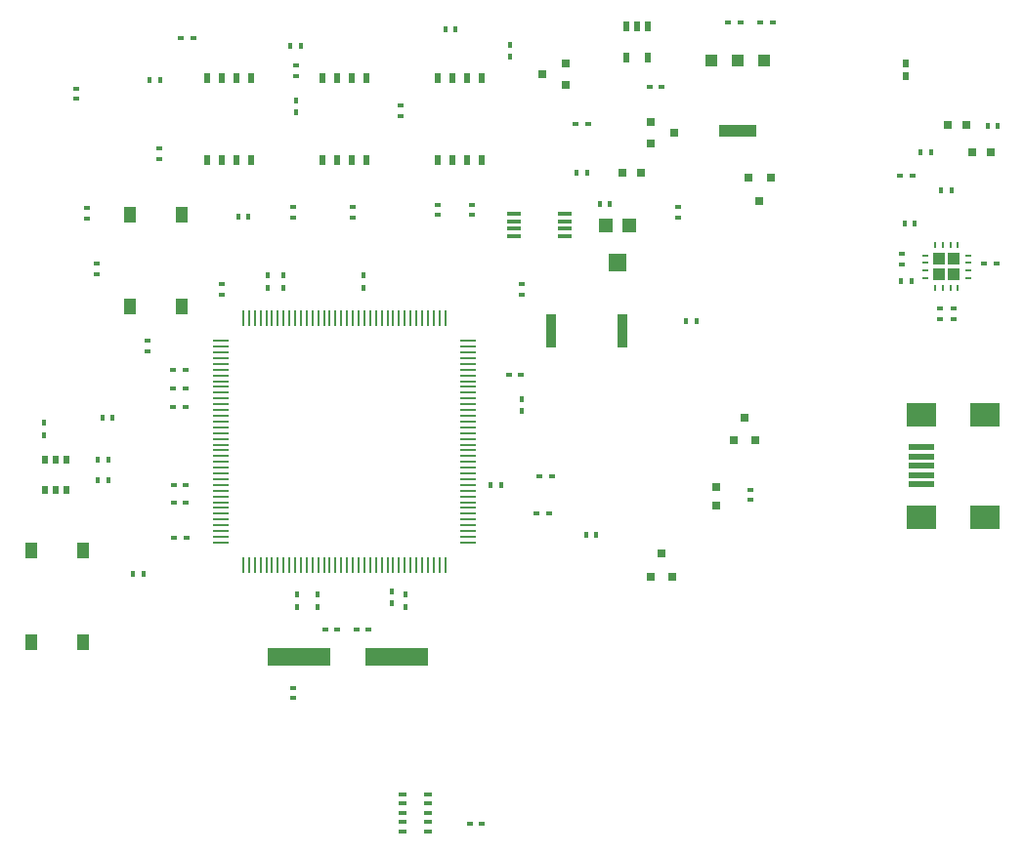
<source format=gbr>
G04 #@! TF.FileFunction,Paste,Top*
%FSLAX46Y46*%
G04 Gerber Fmt 4.6, Leading zero omitted, Abs format (unit mm)*
G04 Created by KiCad (PCBNEW 4.0.4-stable) date Monday, July 31, 2017 'AMt' 10:54:44 AM*
%MOMM*%
%LPD*%
G01*
G04 APERTURE LIST*
%ADD10C,0.100000*%
%ADD11R,0.270000X1.395000*%
%ADD12R,1.395000X0.270000*%
%ADD13R,0.400000X0.500000*%
%ADD14R,0.560000X0.360000*%
%ADD15R,0.480000X0.840000*%
%ADD16R,0.640000X0.720000*%
%ADD17R,0.900000X2.880000*%
%ADD18R,1.160000X0.360000*%
%ADD19R,0.700000X0.700000*%
%ADD20R,0.720000X0.640000*%
%ADD21R,1.120000X1.320000*%
%ADD22R,0.608000X0.960000*%
%ADD23R,0.640000X0.400000*%
%ADD24R,0.600000X0.800000*%
%ADD25R,5.500000X1.500000*%
%ADD26R,0.360000X0.560000*%
%ADD27R,0.500000X0.400000*%
%ADD28R,1.200000X1.200000*%
%ADD29R,1.600000X1.500000*%
%ADD30R,0.530000X0.280000*%
%ADD31R,0.280000X0.530000*%
%ADD32R,1.080000X1.080000*%
%ADD33R,3.240000X1.080000*%
%ADD34R,2.500000X2.000000*%
%ADD35R,2.300000X0.500000*%
G04 APERTURE END LIST*
D10*
D11*
X129250000Y-73700000D03*
X129750000Y-73700000D03*
X130250000Y-73700000D03*
X130750000Y-73700000D03*
X131250000Y-73700000D03*
X131750000Y-73700000D03*
X132250000Y-73700000D03*
X132750000Y-73700000D03*
X133250000Y-73700000D03*
X133750000Y-73700000D03*
X134250000Y-73700000D03*
X134750000Y-73700000D03*
X135250000Y-73700000D03*
X135750000Y-73700000D03*
X136250000Y-73700000D03*
X136750000Y-73700000D03*
X137250000Y-73700000D03*
X137750000Y-73700000D03*
X138250000Y-73700000D03*
X138750000Y-73700000D03*
X139250000Y-73700000D03*
X139750000Y-73700000D03*
X140250000Y-73700000D03*
X140750000Y-73700000D03*
X141250000Y-73700000D03*
X141750000Y-73700000D03*
X142250000Y-73700000D03*
X142750000Y-73700000D03*
X143250000Y-73700000D03*
X143750000Y-73700000D03*
X144250000Y-73700000D03*
X144750000Y-73700000D03*
X145250000Y-73700000D03*
X145750000Y-73700000D03*
X146250000Y-73700000D03*
X146750000Y-73700000D03*
D12*
X148700000Y-71750000D03*
X148700000Y-71250000D03*
X148700000Y-70750000D03*
X148700000Y-70250000D03*
X148700000Y-69750000D03*
X148700000Y-69250000D03*
X148700000Y-68750000D03*
X148700000Y-68250000D03*
X148700000Y-67750000D03*
X148700000Y-67250000D03*
X148700000Y-66750000D03*
X148700000Y-66250000D03*
X148700000Y-65750000D03*
X148700000Y-65250000D03*
X148700000Y-64750000D03*
X148700000Y-64250000D03*
X148700000Y-63750000D03*
X148700000Y-63250000D03*
X148700000Y-62750000D03*
X148700000Y-62250000D03*
X148700000Y-61750000D03*
X148700000Y-61250000D03*
X148700000Y-60750000D03*
X148700000Y-60250000D03*
X148700000Y-59750000D03*
X148700000Y-59250000D03*
X148700000Y-58750000D03*
X148700000Y-58250000D03*
X148700000Y-57750000D03*
X148700000Y-57250000D03*
X148700000Y-56750000D03*
X148700000Y-56250000D03*
X148700000Y-55750000D03*
X148700000Y-55250000D03*
X148700000Y-54750000D03*
X148700000Y-54250000D03*
D11*
X146750000Y-52300000D03*
X146250000Y-52300000D03*
X145750000Y-52300000D03*
X145250000Y-52300000D03*
X144750000Y-52300000D03*
X144250000Y-52300000D03*
X143750000Y-52300000D03*
X143250000Y-52300000D03*
X142750000Y-52300000D03*
X142250000Y-52300000D03*
X141750000Y-52300000D03*
X141250000Y-52300000D03*
X140750000Y-52300000D03*
X140250000Y-52300000D03*
X139750000Y-52300000D03*
X139250000Y-52300000D03*
X138750000Y-52300000D03*
X138250000Y-52300000D03*
X137750000Y-52300000D03*
X137250000Y-52300000D03*
X136750000Y-52300000D03*
X136250000Y-52300000D03*
X135750000Y-52300000D03*
X135250000Y-52300000D03*
X134750000Y-52300000D03*
X134250000Y-52300000D03*
X133750000Y-52300000D03*
X133250000Y-52300000D03*
X132750000Y-52300000D03*
X132250000Y-52300000D03*
X131750000Y-52300000D03*
X131250000Y-52300000D03*
X130750000Y-52300000D03*
X130250000Y-52300000D03*
X129750000Y-52300000D03*
X129250000Y-52300000D03*
D12*
X127300000Y-54250000D03*
X127300000Y-54750000D03*
X127300000Y-55250000D03*
X127300000Y-55750000D03*
X127300000Y-56250000D03*
X127300000Y-56750000D03*
X127300000Y-57250000D03*
X127300000Y-57750000D03*
X127300000Y-58250000D03*
X127300000Y-58750000D03*
X127300000Y-59250000D03*
X127300000Y-59750000D03*
X127300000Y-60250000D03*
X127300000Y-60750000D03*
X127300000Y-61250000D03*
X127300000Y-61750000D03*
X127300000Y-62250000D03*
X127300000Y-62750000D03*
X127300000Y-63250000D03*
X127300000Y-63750000D03*
X127300000Y-64250000D03*
X127300000Y-64750000D03*
X127300000Y-65250000D03*
X127300000Y-65750000D03*
X127300000Y-66250000D03*
X127300000Y-66750000D03*
X127300000Y-67250000D03*
X127300000Y-67750000D03*
X127300000Y-68250000D03*
X127300000Y-68750000D03*
X127300000Y-69250000D03*
X127300000Y-69750000D03*
X127300000Y-70250000D03*
X127300000Y-70750000D03*
X127300000Y-71250000D03*
X127300000Y-71750000D03*
D13*
X152400000Y-28575000D03*
X152400000Y-29625000D03*
D14*
X114800000Y-33250000D03*
X114800000Y-32350000D03*
D15*
X164350000Y-26950000D03*
X163400000Y-26950000D03*
X162450000Y-26950000D03*
X164350000Y-29650000D03*
X162450000Y-29650000D03*
D16*
X172700000Y-60900000D03*
X171740000Y-62900000D03*
X173650000Y-62900000D03*
D17*
X162100000Y-53400000D03*
X155900000Y-53400000D03*
D18*
X157140000Y-44521000D03*
X157140000Y-45171000D03*
X157140000Y-43871000D03*
X157140000Y-43221000D03*
X152740000Y-45171000D03*
X152740000Y-44521000D03*
X152740000Y-43871000D03*
X152740000Y-43221000D03*
D19*
X162100000Y-39700000D03*
X163700000Y-39700000D03*
D20*
X155200000Y-31100000D03*
X157200000Y-32060000D03*
X157200000Y-30150000D03*
X166600000Y-36200000D03*
X164600000Y-35240000D03*
X164600000Y-37150000D03*
D16*
X174000000Y-42100000D03*
X174960000Y-40100000D03*
X173050000Y-40100000D03*
X165500000Y-72700000D03*
X164540000Y-74700000D03*
X166450000Y-74700000D03*
D21*
X110850000Y-80375000D03*
X115350000Y-80375000D03*
X115350000Y-72425000D03*
X110850000Y-72425000D03*
X123950000Y-43325000D03*
X119450000Y-43325000D03*
X119450000Y-51275000D03*
X123950000Y-51275000D03*
D22*
X127365000Y-38540000D03*
X128635000Y-38540000D03*
X129905000Y-38540000D03*
X126095000Y-38540000D03*
X126095000Y-31460000D03*
X127365000Y-31460000D03*
X128635000Y-31460000D03*
X129905000Y-31460000D03*
X137365000Y-38540000D03*
X138635000Y-38540000D03*
X139905000Y-38540000D03*
X136095000Y-38540000D03*
X136095000Y-31460000D03*
X137365000Y-31460000D03*
X138635000Y-31460000D03*
X139905000Y-31460000D03*
X147365000Y-38540000D03*
X148635000Y-38540000D03*
X149905000Y-38540000D03*
X146095000Y-38540000D03*
X146095000Y-31460000D03*
X147365000Y-31460000D03*
X148635000Y-31460000D03*
X149905000Y-31460000D03*
D23*
X145300000Y-95200000D03*
X143100000Y-95200000D03*
X145300000Y-96000000D03*
X145300000Y-96800000D03*
X145300000Y-94400000D03*
X145300000Y-93600000D03*
X143100000Y-94400000D03*
X143100000Y-93600000D03*
X143100000Y-96000000D03*
X143100000Y-96800000D03*
D24*
X113000000Y-67200000D03*
X112050000Y-67200000D03*
X113950000Y-67200000D03*
X113950000Y-64600000D03*
X113000000Y-64600000D03*
X112050000Y-64600000D03*
D25*
X134050000Y-81700000D03*
X142550000Y-81700000D03*
D26*
X160150000Y-42400000D03*
X161050000Y-42400000D03*
D14*
X153416000Y-50234000D03*
X153416000Y-49334000D03*
D26*
X167650000Y-52500000D03*
X168550000Y-52500000D03*
X158150000Y-39700000D03*
X159050000Y-39700000D03*
D14*
X166900000Y-43550000D03*
X166900000Y-42650000D03*
D26*
X159850000Y-71100000D03*
X158950000Y-71100000D03*
D14*
X173200000Y-68050000D03*
X173200000Y-67150000D03*
D26*
X128800000Y-43500000D03*
X129700000Y-43500000D03*
D14*
X122000000Y-37550000D03*
X122000000Y-38450000D03*
D26*
X122050000Y-31600000D03*
X121150000Y-31600000D03*
D14*
X138700000Y-42650000D03*
X138700000Y-43550000D03*
X133600000Y-43550000D03*
X133600000Y-42650000D03*
D26*
X133350000Y-28700000D03*
X134250000Y-28700000D03*
D14*
X133800000Y-31250000D03*
X133800000Y-30350000D03*
X149100000Y-43350000D03*
X149100000Y-42450000D03*
X146100000Y-43350000D03*
X146100000Y-42450000D03*
D26*
X146750000Y-27200000D03*
X147650000Y-27200000D03*
D14*
X142900000Y-33850000D03*
X142900000Y-34750000D03*
D26*
X117550000Y-64600000D03*
X116650000Y-64600000D03*
X116650000Y-66300000D03*
X117550000Y-66300000D03*
X151580000Y-66802000D03*
X150680000Y-66802000D03*
X117050000Y-60950000D03*
X117950000Y-60950000D03*
X119700000Y-74500000D03*
X120600000Y-74500000D03*
D14*
X121000000Y-55150000D03*
X121000000Y-54250000D03*
X116600000Y-47550000D03*
X116600000Y-48450000D03*
X115700000Y-42750000D03*
X115700000Y-43650000D03*
X127400000Y-49350000D03*
X127400000Y-50250000D03*
D27*
X124225000Y-58400000D03*
X123175000Y-58400000D03*
D13*
X112000000Y-62425000D03*
X112000000Y-61375000D03*
D27*
X148875000Y-96100000D03*
X149925000Y-96100000D03*
X139075000Y-79300000D03*
X140125000Y-79300000D03*
X136375000Y-79300000D03*
X137425000Y-79300000D03*
D13*
X133800000Y-34425000D03*
X133800000Y-33375000D03*
D27*
X124925000Y-28000000D03*
X123875000Y-28000000D03*
X164475000Y-32200000D03*
X165525000Y-32200000D03*
X124325000Y-71300000D03*
X123275000Y-71300000D03*
D13*
X135700000Y-76275000D03*
X135700000Y-77325000D03*
X143300000Y-76275000D03*
X143300000Y-77325000D03*
D27*
X154923000Y-66040000D03*
X155973000Y-66040000D03*
D13*
X153400000Y-60325000D03*
X153400000Y-59275000D03*
X139700000Y-49625000D03*
X139700000Y-48575000D03*
D27*
X124225000Y-56800000D03*
X123175000Y-56800000D03*
D13*
X132700000Y-49625000D03*
X132700000Y-48575000D03*
D27*
X154675000Y-69200000D03*
X155725000Y-69200000D03*
D13*
X133900000Y-77325000D03*
X133900000Y-76275000D03*
X142130000Y-75950000D03*
X142130000Y-77000000D03*
X131400000Y-49625000D03*
X131400000Y-48575000D03*
D27*
X153295000Y-57200000D03*
X152245000Y-57200000D03*
X124225000Y-60000000D03*
X123175000Y-60000000D03*
X124275000Y-66750000D03*
X123225000Y-66750000D03*
X124275000Y-68250000D03*
X123225000Y-68250000D03*
X158075000Y-35400000D03*
X159125000Y-35400000D03*
X171275000Y-26600000D03*
X172325000Y-26600000D03*
X175125000Y-26600000D03*
X174075000Y-26600000D03*
D19*
X170200000Y-66900000D03*
X170200000Y-68500000D03*
D24*
X186690000Y-31284000D03*
X186690000Y-30184000D03*
D28*
X162700000Y-44200000D03*
X160700000Y-44200000D03*
D29*
X161700000Y-47450000D03*
D27*
X187225000Y-39900000D03*
X186175000Y-39900000D03*
X193475000Y-47500000D03*
X194525000Y-47500000D03*
D19*
X192400000Y-37900000D03*
X194000000Y-37900000D03*
X190300000Y-35500000D03*
X191900000Y-35500000D03*
D14*
X190800000Y-51450000D03*
X190800000Y-52350000D03*
X189600000Y-51450000D03*
X189600000Y-52350000D03*
D26*
X186550000Y-44100000D03*
X187450000Y-44100000D03*
D14*
X186300000Y-46700000D03*
X186300000Y-47600000D03*
D26*
X189700000Y-41200000D03*
X190600000Y-41200000D03*
X186250000Y-49100000D03*
X187150000Y-49100000D03*
X187950000Y-37900000D03*
X188850000Y-37900000D03*
X194650000Y-35600000D03*
X193750000Y-35600000D03*
D30*
X188325000Y-46825000D03*
X188325000Y-47475000D03*
X188325000Y-48125000D03*
X188325000Y-48775000D03*
D31*
X189225000Y-49675000D03*
X189875000Y-49675000D03*
X190525000Y-49675000D03*
X191175000Y-49675000D03*
D30*
X192075000Y-48775000D03*
X192075000Y-48125000D03*
X192075000Y-47475000D03*
X192075000Y-46825000D03*
D31*
X191175000Y-45925000D03*
X190525000Y-45925000D03*
X189875000Y-45925000D03*
X189225000Y-45925000D03*
D32*
X189550000Y-47150000D03*
X190850000Y-47150000D03*
X189550000Y-48450000D03*
X190850000Y-48450000D03*
X172100000Y-29950000D03*
X174400000Y-29950000D03*
X169800000Y-29950000D03*
D33*
X172100000Y-36050000D03*
D34*
X193550000Y-69535000D03*
X193550000Y-60635000D03*
X188050000Y-69535000D03*
X188050000Y-60635000D03*
D35*
X188050000Y-65085000D03*
X188050000Y-65885000D03*
X188050000Y-66685000D03*
X188050000Y-64285000D03*
X188050000Y-63485000D03*
D14*
X133600000Y-84350000D03*
X133600000Y-85250000D03*
M02*

</source>
